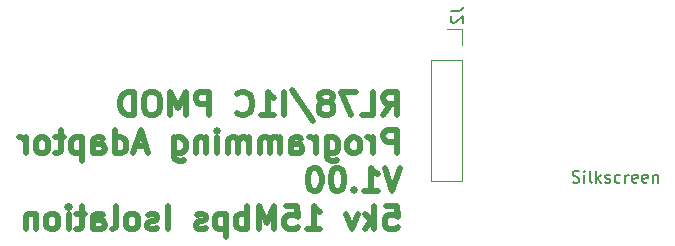
<source format=gbr>
%TF.GenerationSoftware,KiCad,Pcbnew,7.0.10*%
%TF.CreationDate,2024-10-22T16:13:00+01:00*%
%TF.ProjectId,RL78I1C_PMOD_PROG_ADAPTOR_ISO,524c3738-4931-4435-9f50-4d4f445f5052,0*%
%TF.SameCoordinates,PX58b5f60PY7997ee0*%
%TF.FileFunction,Legend,Bot*%
%TF.FilePolarity,Positive*%
%FSLAX46Y46*%
G04 Gerber Fmt 4.6, Leading zero omitted, Abs format (unit mm)*
G04 Created by KiCad (PCBNEW 7.0.10) date 2024-10-22 16:13:00*
%MOMM*%
%LPD*%
G01*
G04 APERTURE LIST*
%ADD10C,0.150000*%
%ADD11C,0.500000*%
%ADD12C,0.120000*%
G04 APERTURE END LIST*
D10*
X60995160Y8321800D02*
X61138017Y8274181D01*
X61138017Y8274181D02*
X61376112Y8274181D01*
X61376112Y8274181D02*
X61471350Y8321800D01*
X61471350Y8321800D02*
X61518969Y8369420D01*
X61518969Y8369420D02*
X61566588Y8464658D01*
X61566588Y8464658D02*
X61566588Y8559896D01*
X61566588Y8559896D02*
X61518969Y8655134D01*
X61518969Y8655134D02*
X61471350Y8702753D01*
X61471350Y8702753D02*
X61376112Y8750372D01*
X61376112Y8750372D02*
X61185636Y8797991D01*
X61185636Y8797991D02*
X61090398Y8845610D01*
X61090398Y8845610D02*
X61042779Y8893229D01*
X61042779Y8893229D02*
X60995160Y8988467D01*
X60995160Y8988467D02*
X60995160Y9083705D01*
X60995160Y9083705D02*
X61042779Y9178943D01*
X61042779Y9178943D02*
X61090398Y9226562D01*
X61090398Y9226562D02*
X61185636Y9274181D01*
X61185636Y9274181D02*
X61423731Y9274181D01*
X61423731Y9274181D02*
X61566588Y9226562D01*
X61995160Y8274181D02*
X61995160Y8940848D01*
X61995160Y9274181D02*
X61947541Y9226562D01*
X61947541Y9226562D02*
X61995160Y9178943D01*
X61995160Y9178943D02*
X62042779Y9226562D01*
X62042779Y9226562D02*
X61995160Y9274181D01*
X61995160Y9274181D02*
X61995160Y9178943D01*
X62614207Y8274181D02*
X62518969Y8321800D01*
X62518969Y8321800D02*
X62471350Y8417039D01*
X62471350Y8417039D02*
X62471350Y9274181D01*
X62995160Y8274181D02*
X62995160Y9274181D01*
X63090398Y8655134D02*
X63376112Y8274181D01*
X63376112Y8940848D02*
X62995160Y8559896D01*
X63757065Y8321800D02*
X63852303Y8274181D01*
X63852303Y8274181D02*
X64042779Y8274181D01*
X64042779Y8274181D02*
X64138017Y8321800D01*
X64138017Y8321800D02*
X64185636Y8417039D01*
X64185636Y8417039D02*
X64185636Y8464658D01*
X64185636Y8464658D02*
X64138017Y8559896D01*
X64138017Y8559896D02*
X64042779Y8607515D01*
X64042779Y8607515D02*
X63899922Y8607515D01*
X63899922Y8607515D02*
X63804684Y8655134D01*
X63804684Y8655134D02*
X63757065Y8750372D01*
X63757065Y8750372D02*
X63757065Y8797991D01*
X63757065Y8797991D02*
X63804684Y8893229D01*
X63804684Y8893229D02*
X63899922Y8940848D01*
X63899922Y8940848D02*
X64042779Y8940848D01*
X64042779Y8940848D02*
X64138017Y8893229D01*
X65042779Y8321800D02*
X64947541Y8274181D01*
X64947541Y8274181D02*
X64757065Y8274181D01*
X64757065Y8274181D02*
X64661827Y8321800D01*
X64661827Y8321800D02*
X64614208Y8369420D01*
X64614208Y8369420D02*
X64566589Y8464658D01*
X64566589Y8464658D02*
X64566589Y8750372D01*
X64566589Y8750372D02*
X64614208Y8845610D01*
X64614208Y8845610D02*
X64661827Y8893229D01*
X64661827Y8893229D02*
X64757065Y8940848D01*
X64757065Y8940848D02*
X64947541Y8940848D01*
X64947541Y8940848D02*
X65042779Y8893229D01*
X65471351Y8274181D02*
X65471351Y8940848D01*
X65471351Y8750372D02*
X65518970Y8845610D01*
X65518970Y8845610D02*
X65566589Y8893229D01*
X65566589Y8893229D02*
X65661827Y8940848D01*
X65661827Y8940848D02*
X65757065Y8940848D01*
X66471351Y8321800D02*
X66376113Y8274181D01*
X66376113Y8274181D02*
X66185637Y8274181D01*
X66185637Y8274181D02*
X66090399Y8321800D01*
X66090399Y8321800D02*
X66042780Y8417039D01*
X66042780Y8417039D02*
X66042780Y8797991D01*
X66042780Y8797991D02*
X66090399Y8893229D01*
X66090399Y8893229D02*
X66185637Y8940848D01*
X66185637Y8940848D02*
X66376113Y8940848D01*
X66376113Y8940848D02*
X66471351Y8893229D01*
X66471351Y8893229D02*
X66518970Y8797991D01*
X66518970Y8797991D02*
X66518970Y8702753D01*
X66518970Y8702753D02*
X66042780Y8607515D01*
X67328494Y8321800D02*
X67233256Y8274181D01*
X67233256Y8274181D02*
X67042780Y8274181D01*
X67042780Y8274181D02*
X66947542Y8321800D01*
X66947542Y8321800D02*
X66899923Y8417039D01*
X66899923Y8417039D02*
X66899923Y8797991D01*
X66899923Y8797991D02*
X66947542Y8893229D01*
X66947542Y8893229D02*
X67042780Y8940848D01*
X67042780Y8940848D02*
X67233256Y8940848D01*
X67233256Y8940848D02*
X67328494Y8893229D01*
X67328494Y8893229D02*
X67376113Y8797991D01*
X67376113Y8797991D02*
X67376113Y8702753D01*
X67376113Y8702753D02*
X66899923Y8607515D01*
X67804685Y8940848D02*
X67804685Y8274181D01*
X67804685Y8845610D02*
X67852304Y8893229D01*
X67852304Y8893229D02*
X67947542Y8940848D01*
X67947542Y8940848D02*
X68090399Y8940848D01*
X68090399Y8940848D02*
X68185637Y8893229D01*
X68185637Y8893229D02*
X68233256Y8797991D01*
X68233256Y8797991D02*
X68233256Y8274181D01*
D11*
X44986005Y13986762D02*
X45652672Y14939143D01*
X46128862Y13986762D02*
X46128862Y15986762D01*
X46128862Y15986762D02*
X45366957Y15986762D01*
X45366957Y15986762D02*
X45176481Y15891524D01*
X45176481Y15891524D02*
X45081243Y15796286D01*
X45081243Y15796286D02*
X44986005Y15605810D01*
X44986005Y15605810D02*
X44986005Y15320096D01*
X44986005Y15320096D02*
X45081243Y15129620D01*
X45081243Y15129620D02*
X45176481Y15034381D01*
X45176481Y15034381D02*
X45366957Y14939143D01*
X45366957Y14939143D02*
X46128862Y14939143D01*
X43176481Y13986762D02*
X44128862Y13986762D01*
X44128862Y13986762D02*
X44128862Y15986762D01*
X42700290Y15986762D02*
X41366957Y15986762D01*
X41366957Y15986762D02*
X42224100Y13986762D01*
X40319338Y15129620D02*
X40509814Y15224858D01*
X40509814Y15224858D02*
X40605052Y15320096D01*
X40605052Y15320096D02*
X40700290Y15510572D01*
X40700290Y15510572D02*
X40700290Y15605810D01*
X40700290Y15605810D02*
X40605052Y15796286D01*
X40605052Y15796286D02*
X40509814Y15891524D01*
X40509814Y15891524D02*
X40319338Y15986762D01*
X40319338Y15986762D02*
X39938385Y15986762D01*
X39938385Y15986762D02*
X39747909Y15891524D01*
X39747909Y15891524D02*
X39652671Y15796286D01*
X39652671Y15796286D02*
X39557433Y15605810D01*
X39557433Y15605810D02*
X39557433Y15510572D01*
X39557433Y15510572D02*
X39652671Y15320096D01*
X39652671Y15320096D02*
X39747909Y15224858D01*
X39747909Y15224858D02*
X39938385Y15129620D01*
X39938385Y15129620D02*
X40319338Y15129620D01*
X40319338Y15129620D02*
X40509814Y15034381D01*
X40509814Y15034381D02*
X40605052Y14939143D01*
X40605052Y14939143D02*
X40700290Y14748667D01*
X40700290Y14748667D02*
X40700290Y14367715D01*
X40700290Y14367715D02*
X40605052Y14177239D01*
X40605052Y14177239D02*
X40509814Y14082000D01*
X40509814Y14082000D02*
X40319338Y13986762D01*
X40319338Y13986762D02*
X39938385Y13986762D01*
X39938385Y13986762D02*
X39747909Y14082000D01*
X39747909Y14082000D02*
X39652671Y14177239D01*
X39652671Y14177239D02*
X39557433Y14367715D01*
X39557433Y14367715D02*
X39557433Y14748667D01*
X39557433Y14748667D02*
X39652671Y14939143D01*
X39652671Y14939143D02*
X39747909Y15034381D01*
X39747909Y15034381D02*
X39938385Y15129620D01*
X37271719Y16082000D02*
X38986004Y13510572D01*
X36605052Y13986762D02*
X36605052Y15986762D01*
X34605052Y13986762D02*
X35747909Y13986762D01*
X35176481Y13986762D02*
X35176481Y15986762D01*
X35176481Y15986762D02*
X35366957Y15701048D01*
X35366957Y15701048D02*
X35557433Y15510572D01*
X35557433Y15510572D02*
X35747909Y15415334D01*
X32605052Y14177239D02*
X32700290Y14082000D01*
X32700290Y14082000D02*
X32986004Y13986762D01*
X32986004Y13986762D02*
X33176480Y13986762D01*
X33176480Y13986762D02*
X33462195Y14082000D01*
X33462195Y14082000D02*
X33652671Y14272477D01*
X33652671Y14272477D02*
X33747909Y14462953D01*
X33747909Y14462953D02*
X33843147Y14843905D01*
X33843147Y14843905D02*
X33843147Y15129620D01*
X33843147Y15129620D02*
X33747909Y15510572D01*
X33747909Y15510572D02*
X33652671Y15701048D01*
X33652671Y15701048D02*
X33462195Y15891524D01*
X33462195Y15891524D02*
X33176480Y15986762D01*
X33176480Y15986762D02*
X32986004Y15986762D01*
X32986004Y15986762D02*
X32700290Y15891524D01*
X32700290Y15891524D02*
X32605052Y15796286D01*
X30224099Y13986762D02*
X30224099Y15986762D01*
X30224099Y15986762D02*
X29462194Y15986762D01*
X29462194Y15986762D02*
X29271718Y15891524D01*
X29271718Y15891524D02*
X29176480Y15796286D01*
X29176480Y15796286D02*
X29081242Y15605810D01*
X29081242Y15605810D02*
X29081242Y15320096D01*
X29081242Y15320096D02*
X29176480Y15129620D01*
X29176480Y15129620D02*
X29271718Y15034381D01*
X29271718Y15034381D02*
X29462194Y14939143D01*
X29462194Y14939143D02*
X30224099Y14939143D01*
X28224099Y13986762D02*
X28224099Y15986762D01*
X28224099Y15986762D02*
X27557432Y14558191D01*
X27557432Y14558191D02*
X26890766Y15986762D01*
X26890766Y15986762D02*
X26890766Y13986762D01*
X25557433Y15986762D02*
X25176480Y15986762D01*
X25176480Y15986762D02*
X24986004Y15891524D01*
X24986004Y15891524D02*
X24795528Y15701048D01*
X24795528Y15701048D02*
X24700290Y15320096D01*
X24700290Y15320096D02*
X24700290Y14653429D01*
X24700290Y14653429D02*
X24795528Y14272477D01*
X24795528Y14272477D02*
X24986004Y14082000D01*
X24986004Y14082000D02*
X25176480Y13986762D01*
X25176480Y13986762D02*
X25557433Y13986762D01*
X25557433Y13986762D02*
X25747909Y14082000D01*
X25747909Y14082000D02*
X25938385Y14272477D01*
X25938385Y14272477D02*
X26033623Y14653429D01*
X26033623Y14653429D02*
X26033623Y15320096D01*
X26033623Y15320096D02*
X25938385Y15701048D01*
X25938385Y15701048D02*
X25747909Y15891524D01*
X25747909Y15891524D02*
X25557433Y15986762D01*
X23843147Y13986762D02*
X23843147Y15986762D01*
X23843147Y15986762D02*
X23366957Y15986762D01*
X23366957Y15986762D02*
X23081242Y15891524D01*
X23081242Y15891524D02*
X22890766Y15701048D01*
X22890766Y15701048D02*
X22795528Y15510572D01*
X22795528Y15510572D02*
X22700290Y15129620D01*
X22700290Y15129620D02*
X22700290Y14843905D01*
X22700290Y14843905D02*
X22795528Y14462953D01*
X22795528Y14462953D02*
X22890766Y14272477D01*
X22890766Y14272477D02*
X23081242Y14082000D01*
X23081242Y14082000D02*
X23366957Y13986762D01*
X23366957Y13986762D02*
X23843147Y13986762D01*
X46128862Y10766762D02*
X46128862Y12766762D01*
X46128862Y12766762D02*
X45366957Y12766762D01*
X45366957Y12766762D02*
X45176481Y12671524D01*
X45176481Y12671524D02*
X45081243Y12576286D01*
X45081243Y12576286D02*
X44986005Y12385810D01*
X44986005Y12385810D02*
X44986005Y12100096D01*
X44986005Y12100096D02*
X45081243Y11909620D01*
X45081243Y11909620D02*
X45176481Y11814381D01*
X45176481Y11814381D02*
X45366957Y11719143D01*
X45366957Y11719143D02*
X46128862Y11719143D01*
X44128862Y10766762D02*
X44128862Y12100096D01*
X44128862Y11719143D02*
X44033624Y11909620D01*
X44033624Y11909620D02*
X43938386Y12004858D01*
X43938386Y12004858D02*
X43747910Y12100096D01*
X43747910Y12100096D02*
X43557433Y12100096D01*
X42605053Y10766762D02*
X42795529Y10862000D01*
X42795529Y10862000D02*
X42890767Y10957239D01*
X42890767Y10957239D02*
X42986005Y11147715D01*
X42986005Y11147715D02*
X42986005Y11719143D01*
X42986005Y11719143D02*
X42890767Y11909620D01*
X42890767Y11909620D02*
X42795529Y12004858D01*
X42795529Y12004858D02*
X42605053Y12100096D01*
X42605053Y12100096D02*
X42319338Y12100096D01*
X42319338Y12100096D02*
X42128862Y12004858D01*
X42128862Y12004858D02*
X42033624Y11909620D01*
X42033624Y11909620D02*
X41938386Y11719143D01*
X41938386Y11719143D02*
X41938386Y11147715D01*
X41938386Y11147715D02*
X42033624Y10957239D01*
X42033624Y10957239D02*
X42128862Y10862000D01*
X42128862Y10862000D02*
X42319338Y10766762D01*
X42319338Y10766762D02*
X42605053Y10766762D01*
X40224100Y12100096D02*
X40224100Y10481048D01*
X40224100Y10481048D02*
X40319338Y10290572D01*
X40319338Y10290572D02*
X40414576Y10195334D01*
X40414576Y10195334D02*
X40605053Y10100096D01*
X40605053Y10100096D02*
X40890767Y10100096D01*
X40890767Y10100096D02*
X41081243Y10195334D01*
X40224100Y10862000D02*
X40414576Y10766762D01*
X40414576Y10766762D02*
X40795529Y10766762D01*
X40795529Y10766762D02*
X40986005Y10862000D01*
X40986005Y10862000D02*
X41081243Y10957239D01*
X41081243Y10957239D02*
X41176481Y11147715D01*
X41176481Y11147715D02*
X41176481Y11719143D01*
X41176481Y11719143D02*
X41081243Y11909620D01*
X41081243Y11909620D02*
X40986005Y12004858D01*
X40986005Y12004858D02*
X40795529Y12100096D01*
X40795529Y12100096D02*
X40414576Y12100096D01*
X40414576Y12100096D02*
X40224100Y12004858D01*
X39271719Y10766762D02*
X39271719Y12100096D01*
X39271719Y11719143D02*
X39176481Y11909620D01*
X39176481Y11909620D02*
X39081243Y12004858D01*
X39081243Y12004858D02*
X38890767Y12100096D01*
X38890767Y12100096D02*
X38700290Y12100096D01*
X37176481Y10766762D02*
X37176481Y11814381D01*
X37176481Y11814381D02*
X37271719Y12004858D01*
X37271719Y12004858D02*
X37462195Y12100096D01*
X37462195Y12100096D02*
X37843148Y12100096D01*
X37843148Y12100096D02*
X38033624Y12004858D01*
X37176481Y10862000D02*
X37366957Y10766762D01*
X37366957Y10766762D02*
X37843148Y10766762D01*
X37843148Y10766762D02*
X38033624Y10862000D01*
X38033624Y10862000D02*
X38128862Y11052477D01*
X38128862Y11052477D02*
X38128862Y11242953D01*
X38128862Y11242953D02*
X38033624Y11433429D01*
X38033624Y11433429D02*
X37843148Y11528667D01*
X37843148Y11528667D02*
X37366957Y11528667D01*
X37366957Y11528667D02*
X37176481Y11623905D01*
X36224100Y10766762D02*
X36224100Y12100096D01*
X36224100Y11909620D02*
X36128862Y12004858D01*
X36128862Y12004858D02*
X35938386Y12100096D01*
X35938386Y12100096D02*
X35652671Y12100096D01*
X35652671Y12100096D02*
X35462195Y12004858D01*
X35462195Y12004858D02*
X35366957Y11814381D01*
X35366957Y11814381D02*
X35366957Y10766762D01*
X35366957Y11814381D02*
X35271719Y12004858D01*
X35271719Y12004858D02*
X35081243Y12100096D01*
X35081243Y12100096D02*
X34795529Y12100096D01*
X34795529Y12100096D02*
X34605052Y12004858D01*
X34605052Y12004858D02*
X34509814Y11814381D01*
X34509814Y11814381D02*
X34509814Y10766762D01*
X33557433Y10766762D02*
X33557433Y12100096D01*
X33557433Y11909620D02*
X33462195Y12004858D01*
X33462195Y12004858D02*
X33271719Y12100096D01*
X33271719Y12100096D02*
X32986004Y12100096D01*
X32986004Y12100096D02*
X32795528Y12004858D01*
X32795528Y12004858D02*
X32700290Y11814381D01*
X32700290Y11814381D02*
X32700290Y10766762D01*
X32700290Y11814381D02*
X32605052Y12004858D01*
X32605052Y12004858D02*
X32414576Y12100096D01*
X32414576Y12100096D02*
X32128862Y12100096D01*
X32128862Y12100096D02*
X31938385Y12004858D01*
X31938385Y12004858D02*
X31843147Y11814381D01*
X31843147Y11814381D02*
X31843147Y10766762D01*
X30890766Y10766762D02*
X30890766Y12100096D01*
X30890766Y12766762D02*
X30986004Y12671524D01*
X30986004Y12671524D02*
X30890766Y12576286D01*
X30890766Y12576286D02*
X30795528Y12671524D01*
X30795528Y12671524D02*
X30890766Y12766762D01*
X30890766Y12766762D02*
X30890766Y12576286D01*
X29938385Y12100096D02*
X29938385Y10766762D01*
X29938385Y11909620D02*
X29843147Y12004858D01*
X29843147Y12004858D02*
X29652671Y12100096D01*
X29652671Y12100096D02*
X29366956Y12100096D01*
X29366956Y12100096D02*
X29176480Y12004858D01*
X29176480Y12004858D02*
X29081242Y11814381D01*
X29081242Y11814381D02*
X29081242Y10766762D01*
X27271718Y12100096D02*
X27271718Y10481048D01*
X27271718Y10481048D02*
X27366956Y10290572D01*
X27366956Y10290572D02*
X27462194Y10195334D01*
X27462194Y10195334D02*
X27652671Y10100096D01*
X27652671Y10100096D02*
X27938385Y10100096D01*
X27938385Y10100096D02*
X28128861Y10195334D01*
X27271718Y10862000D02*
X27462194Y10766762D01*
X27462194Y10766762D02*
X27843147Y10766762D01*
X27843147Y10766762D02*
X28033623Y10862000D01*
X28033623Y10862000D02*
X28128861Y10957239D01*
X28128861Y10957239D02*
X28224099Y11147715D01*
X28224099Y11147715D02*
X28224099Y11719143D01*
X28224099Y11719143D02*
X28128861Y11909620D01*
X28128861Y11909620D02*
X28033623Y12004858D01*
X28033623Y12004858D02*
X27843147Y12100096D01*
X27843147Y12100096D02*
X27462194Y12100096D01*
X27462194Y12100096D02*
X27271718Y12004858D01*
X24890765Y11338191D02*
X23938384Y11338191D01*
X25081241Y10766762D02*
X24414575Y12766762D01*
X24414575Y12766762D02*
X23747908Y10766762D01*
X22224098Y10766762D02*
X22224098Y12766762D01*
X22224098Y10862000D02*
X22414574Y10766762D01*
X22414574Y10766762D02*
X22795527Y10766762D01*
X22795527Y10766762D02*
X22986003Y10862000D01*
X22986003Y10862000D02*
X23081241Y10957239D01*
X23081241Y10957239D02*
X23176479Y11147715D01*
X23176479Y11147715D02*
X23176479Y11719143D01*
X23176479Y11719143D02*
X23081241Y11909620D01*
X23081241Y11909620D02*
X22986003Y12004858D01*
X22986003Y12004858D02*
X22795527Y12100096D01*
X22795527Y12100096D02*
X22414574Y12100096D01*
X22414574Y12100096D02*
X22224098Y12004858D01*
X20414574Y10766762D02*
X20414574Y11814381D01*
X20414574Y11814381D02*
X20509812Y12004858D01*
X20509812Y12004858D02*
X20700288Y12100096D01*
X20700288Y12100096D02*
X21081241Y12100096D01*
X21081241Y12100096D02*
X21271717Y12004858D01*
X20414574Y10862000D02*
X20605050Y10766762D01*
X20605050Y10766762D02*
X21081241Y10766762D01*
X21081241Y10766762D02*
X21271717Y10862000D01*
X21271717Y10862000D02*
X21366955Y11052477D01*
X21366955Y11052477D02*
X21366955Y11242953D01*
X21366955Y11242953D02*
X21271717Y11433429D01*
X21271717Y11433429D02*
X21081241Y11528667D01*
X21081241Y11528667D02*
X20605050Y11528667D01*
X20605050Y11528667D02*
X20414574Y11623905D01*
X19462193Y12100096D02*
X19462193Y10100096D01*
X19462193Y12004858D02*
X19271717Y12100096D01*
X19271717Y12100096D02*
X18890764Y12100096D01*
X18890764Y12100096D02*
X18700288Y12004858D01*
X18700288Y12004858D02*
X18605050Y11909620D01*
X18605050Y11909620D02*
X18509812Y11719143D01*
X18509812Y11719143D02*
X18509812Y11147715D01*
X18509812Y11147715D02*
X18605050Y10957239D01*
X18605050Y10957239D02*
X18700288Y10862000D01*
X18700288Y10862000D02*
X18890764Y10766762D01*
X18890764Y10766762D02*
X19271717Y10766762D01*
X19271717Y10766762D02*
X19462193Y10862000D01*
X17938383Y12100096D02*
X17176479Y12100096D01*
X17652669Y12766762D02*
X17652669Y11052477D01*
X17652669Y11052477D02*
X17557431Y10862000D01*
X17557431Y10862000D02*
X17366955Y10766762D01*
X17366955Y10766762D02*
X17176479Y10766762D01*
X16224098Y10766762D02*
X16414574Y10862000D01*
X16414574Y10862000D02*
X16509812Y10957239D01*
X16509812Y10957239D02*
X16605050Y11147715D01*
X16605050Y11147715D02*
X16605050Y11719143D01*
X16605050Y11719143D02*
X16509812Y11909620D01*
X16509812Y11909620D02*
X16414574Y12004858D01*
X16414574Y12004858D02*
X16224098Y12100096D01*
X16224098Y12100096D02*
X15938383Y12100096D01*
X15938383Y12100096D02*
X15747907Y12004858D01*
X15747907Y12004858D02*
X15652669Y11909620D01*
X15652669Y11909620D02*
X15557431Y11719143D01*
X15557431Y11719143D02*
X15557431Y11147715D01*
X15557431Y11147715D02*
X15652669Y10957239D01*
X15652669Y10957239D02*
X15747907Y10862000D01*
X15747907Y10862000D02*
X15938383Y10766762D01*
X15938383Y10766762D02*
X16224098Y10766762D01*
X14700288Y10766762D02*
X14700288Y12100096D01*
X14700288Y11719143D02*
X14605050Y11909620D01*
X14605050Y11909620D02*
X14509812Y12004858D01*
X14509812Y12004858D02*
X14319336Y12100096D01*
X14319336Y12100096D02*
X14128859Y12100096D01*
X46414576Y9546762D02*
X45747910Y7546762D01*
X45747910Y7546762D02*
X45081243Y9546762D01*
X43366957Y7546762D02*
X44509814Y7546762D01*
X43938386Y7546762D02*
X43938386Y9546762D01*
X43938386Y9546762D02*
X44128862Y9261048D01*
X44128862Y9261048D02*
X44319338Y9070572D01*
X44319338Y9070572D02*
X44509814Y8975334D01*
X42509814Y7737239D02*
X42414576Y7642000D01*
X42414576Y7642000D02*
X42509814Y7546762D01*
X42509814Y7546762D02*
X42605052Y7642000D01*
X42605052Y7642000D02*
X42509814Y7737239D01*
X42509814Y7737239D02*
X42509814Y7546762D01*
X41176481Y9546762D02*
X40986004Y9546762D01*
X40986004Y9546762D02*
X40795528Y9451524D01*
X40795528Y9451524D02*
X40700290Y9356286D01*
X40700290Y9356286D02*
X40605052Y9165810D01*
X40605052Y9165810D02*
X40509814Y8784858D01*
X40509814Y8784858D02*
X40509814Y8308667D01*
X40509814Y8308667D02*
X40605052Y7927715D01*
X40605052Y7927715D02*
X40700290Y7737239D01*
X40700290Y7737239D02*
X40795528Y7642000D01*
X40795528Y7642000D02*
X40986004Y7546762D01*
X40986004Y7546762D02*
X41176481Y7546762D01*
X41176481Y7546762D02*
X41366957Y7642000D01*
X41366957Y7642000D02*
X41462195Y7737239D01*
X41462195Y7737239D02*
X41557433Y7927715D01*
X41557433Y7927715D02*
X41652671Y8308667D01*
X41652671Y8308667D02*
X41652671Y8784858D01*
X41652671Y8784858D02*
X41557433Y9165810D01*
X41557433Y9165810D02*
X41462195Y9356286D01*
X41462195Y9356286D02*
X41366957Y9451524D01*
X41366957Y9451524D02*
X41176481Y9546762D01*
X39271719Y9546762D02*
X39081242Y9546762D01*
X39081242Y9546762D02*
X38890766Y9451524D01*
X38890766Y9451524D02*
X38795528Y9356286D01*
X38795528Y9356286D02*
X38700290Y9165810D01*
X38700290Y9165810D02*
X38605052Y8784858D01*
X38605052Y8784858D02*
X38605052Y8308667D01*
X38605052Y8308667D02*
X38700290Y7927715D01*
X38700290Y7927715D02*
X38795528Y7737239D01*
X38795528Y7737239D02*
X38890766Y7642000D01*
X38890766Y7642000D02*
X39081242Y7546762D01*
X39081242Y7546762D02*
X39271719Y7546762D01*
X39271719Y7546762D02*
X39462195Y7642000D01*
X39462195Y7642000D02*
X39557433Y7737239D01*
X39557433Y7737239D02*
X39652671Y7927715D01*
X39652671Y7927715D02*
X39747909Y8308667D01*
X39747909Y8308667D02*
X39747909Y8784858D01*
X39747909Y8784858D02*
X39652671Y9165810D01*
X39652671Y9165810D02*
X39557433Y9356286D01*
X39557433Y9356286D02*
X39462195Y9451524D01*
X39462195Y9451524D02*
X39271719Y9546762D01*
X45176481Y6326762D02*
X46128862Y6326762D01*
X46128862Y6326762D02*
X46224100Y5374381D01*
X46224100Y5374381D02*
X46128862Y5469620D01*
X46128862Y5469620D02*
X45938386Y5564858D01*
X45938386Y5564858D02*
X45462195Y5564858D01*
X45462195Y5564858D02*
X45271719Y5469620D01*
X45271719Y5469620D02*
X45176481Y5374381D01*
X45176481Y5374381D02*
X45081243Y5183905D01*
X45081243Y5183905D02*
X45081243Y4707715D01*
X45081243Y4707715D02*
X45176481Y4517239D01*
X45176481Y4517239D02*
X45271719Y4422000D01*
X45271719Y4422000D02*
X45462195Y4326762D01*
X45462195Y4326762D02*
X45938386Y4326762D01*
X45938386Y4326762D02*
X46128862Y4422000D01*
X46128862Y4422000D02*
X46224100Y4517239D01*
X44224100Y4326762D02*
X44224100Y6326762D01*
X44033624Y5088667D02*
X43462195Y4326762D01*
X43462195Y5660096D02*
X44224100Y4898191D01*
X42795528Y5660096D02*
X42319338Y4326762D01*
X42319338Y4326762D02*
X41843147Y5660096D01*
X38509813Y4326762D02*
X39652670Y4326762D01*
X39081242Y4326762D02*
X39081242Y6326762D01*
X39081242Y6326762D02*
X39271718Y6041048D01*
X39271718Y6041048D02*
X39462194Y5850572D01*
X39462194Y5850572D02*
X39652670Y5755334D01*
X36700289Y6326762D02*
X37652670Y6326762D01*
X37652670Y6326762D02*
X37747908Y5374381D01*
X37747908Y5374381D02*
X37652670Y5469620D01*
X37652670Y5469620D02*
X37462194Y5564858D01*
X37462194Y5564858D02*
X36986003Y5564858D01*
X36986003Y5564858D02*
X36795527Y5469620D01*
X36795527Y5469620D02*
X36700289Y5374381D01*
X36700289Y5374381D02*
X36605051Y5183905D01*
X36605051Y5183905D02*
X36605051Y4707715D01*
X36605051Y4707715D02*
X36700289Y4517239D01*
X36700289Y4517239D02*
X36795527Y4422000D01*
X36795527Y4422000D02*
X36986003Y4326762D01*
X36986003Y4326762D02*
X37462194Y4326762D01*
X37462194Y4326762D02*
X37652670Y4422000D01*
X37652670Y4422000D02*
X37747908Y4517239D01*
X35747908Y4326762D02*
X35747908Y6326762D01*
X35747908Y6326762D02*
X35081241Y4898191D01*
X35081241Y4898191D02*
X34414575Y6326762D01*
X34414575Y6326762D02*
X34414575Y4326762D01*
X33462194Y4326762D02*
X33462194Y6326762D01*
X33462194Y5564858D02*
X33271718Y5660096D01*
X33271718Y5660096D02*
X32890765Y5660096D01*
X32890765Y5660096D02*
X32700289Y5564858D01*
X32700289Y5564858D02*
X32605051Y5469620D01*
X32605051Y5469620D02*
X32509813Y5279143D01*
X32509813Y5279143D02*
X32509813Y4707715D01*
X32509813Y4707715D02*
X32605051Y4517239D01*
X32605051Y4517239D02*
X32700289Y4422000D01*
X32700289Y4422000D02*
X32890765Y4326762D01*
X32890765Y4326762D02*
X33271718Y4326762D01*
X33271718Y4326762D02*
X33462194Y4422000D01*
X31652670Y5660096D02*
X31652670Y3660096D01*
X31652670Y5564858D02*
X31462194Y5660096D01*
X31462194Y5660096D02*
X31081241Y5660096D01*
X31081241Y5660096D02*
X30890765Y5564858D01*
X30890765Y5564858D02*
X30795527Y5469620D01*
X30795527Y5469620D02*
X30700289Y5279143D01*
X30700289Y5279143D02*
X30700289Y4707715D01*
X30700289Y4707715D02*
X30795527Y4517239D01*
X30795527Y4517239D02*
X30890765Y4422000D01*
X30890765Y4422000D02*
X31081241Y4326762D01*
X31081241Y4326762D02*
X31462194Y4326762D01*
X31462194Y4326762D02*
X31652670Y4422000D01*
X29938384Y4422000D02*
X29747908Y4326762D01*
X29747908Y4326762D02*
X29366956Y4326762D01*
X29366956Y4326762D02*
X29176479Y4422000D01*
X29176479Y4422000D02*
X29081241Y4612477D01*
X29081241Y4612477D02*
X29081241Y4707715D01*
X29081241Y4707715D02*
X29176479Y4898191D01*
X29176479Y4898191D02*
X29366956Y4993429D01*
X29366956Y4993429D02*
X29652670Y4993429D01*
X29652670Y4993429D02*
X29843146Y5088667D01*
X29843146Y5088667D02*
X29938384Y5279143D01*
X29938384Y5279143D02*
X29938384Y5374381D01*
X29938384Y5374381D02*
X29843146Y5564858D01*
X29843146Y5564858D02*
X29652670Y5660096D01*
X29652670Y5660096D02*
X29366956Y5660096D01*
X29366956Y5660096D02*
X29176479Y5564858D01*
X26700288Y4326762D02*
X26700288Y6326762D01*
X25843145Y4422000D02*
X25652669Y4326762D01*
X25652669Y4326762D02*
X25271717Y4326762D01*
X25271717Y4326762D02*
X25081240Y4422000D01*
X25081240Y4422000D02*
X24986002Y4612477D01*
X24986002Y4612477D02*
X24986002Y4707715D01*
X24986002Y4707715D02*
X25081240Y4898191D01*
X25081240Y4898191D02*
X25271717Y4993429D01*
X25271717Y4993429D02*
X25557431Y4993429D01*
X25557431Y4993429D02*
X25747907Y5088667D01*
X25747907Y5088667D02*
X25843145Y5279143D01*
X25843145Y5279143D02*
X25843145Y5374381D01*
X25843145Y5374381D02*
X25747907Y5564858D01*
X25747907Y5564858D02*
X25557431Y5660096D01*
X25557431Y5660096D02*
X25271717Y5660096D01*
X25271717Y5660096D02*
X25081240Y5564858D01*
X23843145Y4326762D02*
X24033621Y4422000D01*
X24033621Y4422000D02*
X24128859Y4517239D01*
X24128859Y4517239D02*
X24224097Y4707715D01*
X24224097Y4707715D02*
X24224097Y5279143D01*
X24224097Y5279143D02*
X24128859Y5469620D01*
X24128859Y5469620D02*
X24033621Y5564858D01*
X24033621Y5564858D02*
X23843145Y5660096D01*
X23843145Y5660096D02*
X23557430Y5660096D01*
X23557430Y5660096D02*
X23366954Y5564858D01*
X23366954Y5564858D02*
X23271716Y5469620D01*
X23271716Y5469620D02*
X23176478Y5279143D01*
X23176478Y5279143D02*
X23176478Y4707715D01*
X23176478Y4707715D02*
X23271716Y4517239D01*
X23271716Y4517239D02*
X23366954Y4422000D01*
X23366954Y4422000D02*
X23557430Y4326762D01*
X23557430Y4326762D02*
X23843145Y4326762D01*
X22033621Y4326762D02*
X22224097Y4422000D01*
X22224097Y4422000D02*
X22319335Y4612477D01*
X22319335Y4612477D02*
X22319335Y6326762D01*
X20414573Y4326762D02*
X20414573Y5374381D01*
X20414573Y5374381D02*
X20509811Y5564858D01*
X20509811Y5564858D02*
X20700287Y5660096D01*
X20700287Y5660096D02*
X21081240Y5660096D01*
X21081240Y5660096D02*
X21271716Y5564858D01*
X20414573Y4422000D02*
X20605049Y4326762D01*
X20605049Y4326762D02*
X21081240Y4326762D01*
X21081240Y4326762D02*
X21271716Y4422000D01*
X21271716Y4422000D02*
X21366954Y4612477D01*
X21366954Y4612477D02*
X21366954Y4802953D01*
X21366954Y4802953D02*
X21271716Y4993429D01*
X21271716Y4993429D02*
X21081240Y5088667D01*
X21081240Y5088667D02*
X20605049Y5088667D01*
X20605049Y5088667D02*
X20414573Y5183905D01*
X19747906Y5660096D02*
X18986002Y5660096D01*
X19462192Y6326762D02*
X19462192Y4612477D01*
X19462192Y4612477D02*
X19366954Y4422000D01*
X19366954Y4422000D02*
X19176478Y4326762D01*
X19176478Y4326762D02*
X18986002Y4326762D01*
X18319335Y4326762D02*
X18319335Y5660096D01*
X18319335Y6326762D02*
X18414573Y6231524D01*
X18414573Y6231524D02*
X18319335Y6136286D01*
X18319335Y6136286D02*
X18224097Y6231524D01*
X18224097Y6231524D02*
X18319335Y6326762D01*
X18319335Y6326762D02*
X18319335Y6136286D01*
X17081240Y4326762D02*
X17271716Y4422000D01*
X17271716Y4422000D02*
X17366954Y4517239D01*
X17366954Y4517239D02*
X17462192Y4707715D01*
X17462192Y4707715D02*
X17462192Y5279143D01*
X17462192Y5279143D02*
X17366954Y5469620D01*
X17366954Y5469620D02*
X17271716Y5564858D01*
X17271716Y5564858D02*
X17081240Y5660096D01*
X17081240Y5660096D02*
X16795525Y5660096D01*
X16795525Y5660096D02*
X16605049Y5564858D01*
X16605049Y5564858D02*
X16509811Y5469620D01*
X16509811Y5469620D02*
X16414573Y5279143D01*
X16414573Y5279143D02*
X16414573Y4707715D01*
X16414573Y4707715D02*
X16509811Y4517239D01*
X16509811Y4517239D02*
X16605049Y4422000D01*
X16605049Y4422000D02*
X16795525Y4326762D01*
X16795525Y4326762D02*
X17081240Y4326762D01*
X15557430Y5660096D02*
X15557430Y4326762D01*
X15557430Y5469620D02*
X15462192Y5564858D01*
X15462192Y5564858D02*
X15271716Y5660096D01*
X15271716Y5660096D02*
X14986001Y5660096D01*
X14986001Y5660096D02*
X14795525Y5564858D01*
X14795525Y5564858D02*
X14700287Y5374381D01*
X14700287Y5374381D02*
X14700287Y4326762D01*
D10*
X50685069Y22805834D02*
X51399354Y22805834D01*
X51399354Y22805834D02*
X51542211Y22853453D01*
X51542211Y22853453D02*
X51637450Y22948691D01*
X51637450Y22948691D02*
X51685069Y23091548D01*
X51685069Y23091548D02*
X51685069Y23186786D01*
X50780307Y22377262D02*
X50732688Y22329643D01*
X50732688Y22329643D02*
X50685069Y22234405D01*
X50685069Y22234405D02*
X50685069Y21996310D01*
X50685069Y21996310D02*
X50732688Y21901072D01*
X50732688Y21901072D02*
X50780307Y21853453D01*
X50780307Y21853453D02*
X50875545Y21805834D01*
X50875545Y21805834D02*
X50970783Y21805834D01*
X50970783Y21805834D02*
X51113640Y21853453D01*
X51113640Y21853453D02*
X51685069Y22424881D01*
X51685069Y22424881D02*
X51685069Y21805834D01*
D12*
%TO.C,J2*%
X51671250Y8427500D02*
X49011250Y8427500D01*
X51671250Y18647500D02*
X51671250Y8427500D01*
X51671250Y18647500D02*
X49011250Y18647500D01*
X51671250Y19917500D02*
X51671250Y21247500D01*
X51671250Y21247500D02*
X50341250Y21247500D01*
X49011250Y18647500D02*
X49011250Y8427500D01*
%TD*%
M02*

</source>
